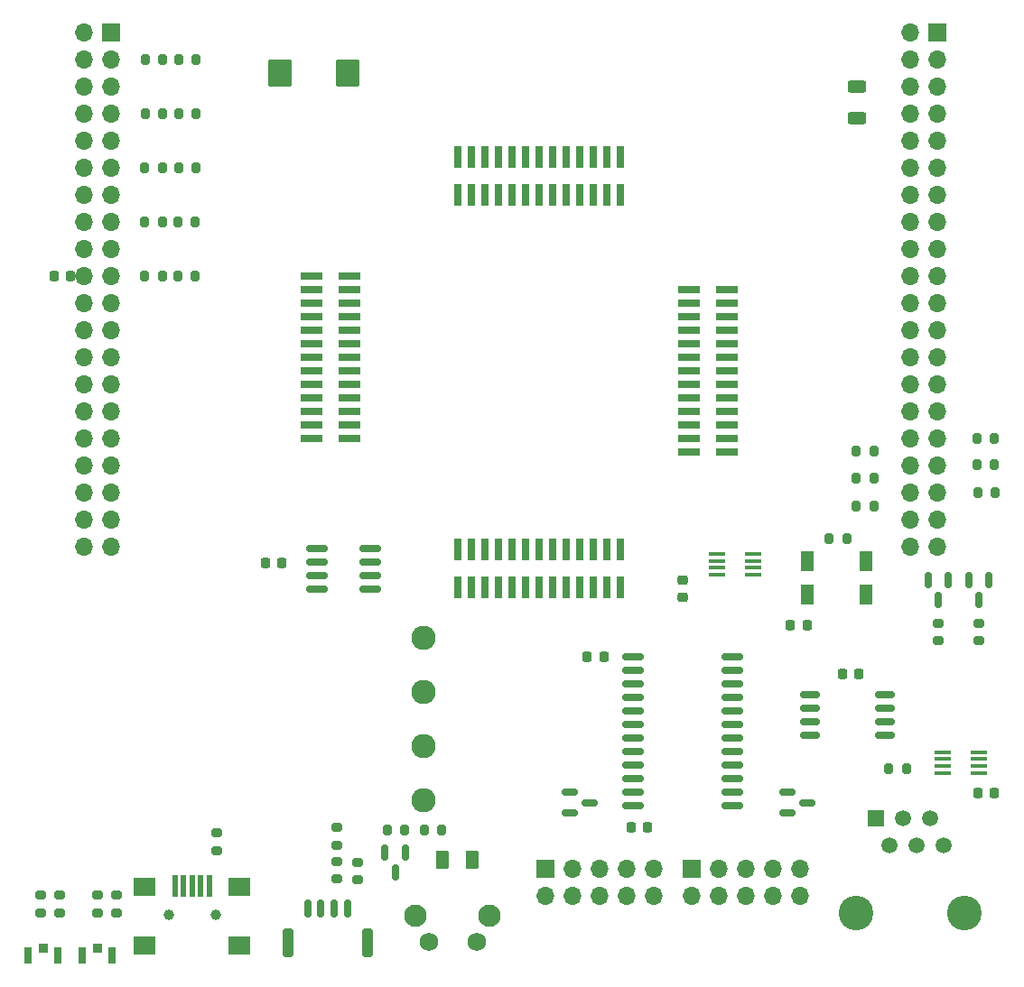
<source format=gts>
%TF.GenerationSoftware,KiCad,Pcbnew,6.0.8+dfsg-1~bpo11+1*%
%TF.CreationDate,2022-11-16T21:16:40+01:00*%
%TF.ProjectId,CpuCubeV2-00,43707543-7562-4655-9632-2d30302e6b69,rev?*%
%TF.SameCoordinates,Original*%
%TF.FileFunction,Soldermask,Top*%
%TF.FilePolarity,Negative*%
%FSLAX46Y46*%
G04 Gerber Fmt 4.6, Leading zero omitted, Abs format (unit mm)*
G04 Created by KiCad (PCBNEW 6.0.8+dfsg-1~bpo11+1) date 2022-11-16 21:16:40*
%MOMM*%
%LPD*%
G01*
G04 APERTURE LIST*
G04 Aperture macros list*
%AMRoundRect*
0 Rectangle with rounded corners*
0 $1 Rounding radius*
0 $2 $3 $4 $5 $6 $7 $8 $9 X,Y pos of 4 corners*
0 Add a 4 corners polygon primitive as box body*
4,1,4,$2,$3,$4,$5,$6,$7,$8,$9,$2,$3,0*
0 Add four circle primitives for the rounded corners*
1,1,$1+$1,$2,$3*
1,1,$1+$1,$4,$5*
1,1,$1+$1,$6,$7*
1,1,$1+$1,$8,$9*
0 Add four rect primitives between the rounded corners*
20,1,$1+$1,$2,$3,$4,$5,0*
20,1,$1+$1,$4,$5,$6,$7,0*
20,1,$1+$1,$6,$7,$8,$9,0*
20,1,$1+$1,$8,$9,$2,$3,0*%
G04 Aperture macros list end*
%ADD10C,1.000000*%
%ADD11R,0.500000X2.000000*%
%ADD12R,2.000000X1.700000*%
%ADD13R,1.700000X1.700000*%
%ADD14O,1.700000X1.700000*%
%ADD15RoundRect,0.150000X-0.587500X-0.150000X0.587500X-0.150000X0.587500X0.150000X-0.587500X0.150000X0*%
%ADD16C,2.286000*%
%ADD17RoundRect,0.225000X0.225000X0.250000X-0.225000X0.250000X-0.225000X-0.250000X0.225000X-0.250000X0*%
%ADD18RoundRect,0.200000X-0.200000X-0.275000X0.200000X-0.275000X0.200000X0.275000X-0.200000X0.275000X0*%
%ADD19R,1.600000X0.300000*%
%ADD20RoundRect,0.225000X-0.250000X0.225000X-0.250000X-0.225000X0.250000X-0.225000X0.250000X0.225000X0*%
%ADD21RoundRect,0.200000X0.275000X-0.200000X0.275000X0.200000X-0.275000X0.200000X-0.275000X-0.200000X0*%
%ADD22RoundRect,0.150000X-0.150000X0.587500X-0.150000X-0.587500X0.150000X-0.587500X0.150000X0.587500X0*%
%ADD23C,3.250000*%
%ADD24R,1.520000X1.520000*%
%ADD25C,1.520000*%
%ADD26RoundRect,0.150000X-0.875000X-0.150000X0.875000X-0.150000X0.875000X0.150000X-0.875000X0.150000X0*%
%ADD27RoundRect,0.250000X-0.625000X0.312500X-0.625000X-0.312500X0.625000X-0.312500X0.625000X0.312500X0*%
%ADD28RoundRect,0.250000X-0.375000X-0.625000X0.375000X-0.625000X0.375000X0.625000X-0.375000X0.625000X0*%
%ADD29RoundRect,0.150000X-0.800000X-0.150000X0.800000X-0.150000X0.800000X0.150000X-0.800000X0.150000X0*%
%ADD30RoundRect,0.200000X0.200000X0.275000X-0.200000X0.275000X-0.200000X-0.275000X0.200000X-0.275000X0*%
%ADD31RoundRect,0.150000X-0.825000X-0.150000X0.825000X-0.150000X0.825000X0.150000X-0.825000X0.150000X0*%
%ADD32RoundRect,0.150000X-0.150000X-0.700000X0.150000X-0.700000X0.150000X0.700000X-0.150000X0.700000X0*%
%ADD33RoundRect,0.250000X-0.250000X-1.100000X0.250000X-1.100000X0.250000X1.100000X-0.250000X1.100000X0*%
%ADD34RoundRect,0.200000X-0.275000X0.200000X-0.275000X-0.200000X0.275000X-0.200000X0.275000X0.200000X0*%
%ADD35R,0.750000X1.500000*%
%ADD36R,0.900000X0.900000*%
%ADD37RoundRect,0.250000X-0.875000X-1.025000X0.875000X-1.025000X0.875000X1.025000X-0.875000X1.025000X0*%
%ADD38R,2.100000X0.750000*%
%ADD39R,0.750000X2.100000*%
%ADD40RoundRect,0.225000X-0.225000X-0.250000X0.225000X-0.250000X0.225000X0.250000X-0.225000X0.250000X0*%
%ADD41C,2.100000*%
%ADD42C,1.750000*%
%ADD43R,1.300000X1.900000*%
G04 APERTURE END LIST*
D10*
%TO.C,J103*%
X116545000Y-136271000D03*
X120945000Y-136271000D03*
D11*
X117145000Y-133571000D03*
X117945000Y-133571000D03*
X118745000Y-133571000D03*
X119545000Y-133571000D03*
X120345000Y-133571000D03*
D12*
X123195000Y-133671000D03*
X114295000Y-133671000D03*
X123195000Y-139121000D03*
X114295000Y-139121000D03*
%TD*%
D13*
%TO.C,J101*%
X111125000Y-53467000D03*
D14*
X108585000Y-53467000D03*
X111125000Y-56007000D03*
X108585000Y-56007000D03*
X111125000Y-58547000D03*
X108585000Y-58547000D03*
X111125000Y-61087000D03*
X108585000Y-61087000D03*
X111125000Y-63627000D03*
X108585000Y-63627000D03*
X111125000Y-66167000D03*
X108585000Y-66167000D03*
X111125000Y-68707000D03*
X108585000Y-68707000D03*
X111125000Y-71247000D03*
X108585000Y-71247000D03*
X111125000Y-73787000D03*
X108585000Y-73787000D03*
X111125000Y-76327000D03*
X108585000Y-76327000D03*
X111125000Y-78867000D03*
X108585000Y-78867000D03*
X111125000Y-81407000D03*
X108585000Y-81407000D03*
X111125000Y-83947000D03*
X108585000Y-83947000D03*
X111125000Y-86487000D03*
X108585000Y-86487000D03*
X111125000Y-89027000D03*
X108585000Y-89027000D03*
X111125000Y-91567000D03*
X108585000Y-91567000D03*
X111125000Y-94107000D03*
X108585000Y-94107000D03*
X111125000Y-96647000D03*
X108585000Y-96647000D03*
X111125000Y-99187000D03*
X108585000Y-99187000D03*
X111125000Y-101727000D03*
X108585000Y-101727000D03*
%TD*%
D15*
%TO.C,Q303*%
X174528000Y-124780000D03*
X174528000Y-126680000D03*
X176403000Y-125730000D03*
%TD*%
D16*
%TO.C,C302*%
X140428500Y-115348000D03*
X140428500Y-110268000D03*
%TD*%
D17*
%TO.C,C308*%
X161430000Y-128016000D03*
X159880000Y-128016000D03*
%TD*%
D18*
%TO.C,R211*%
X181039000Y-95250000D03*
X182689000Y-95250000D03*
%TD*%
D19*
%TO.C,U302*%
X189132000Y-120986000D03*
X189132000Y-121636000D03*
X189132000Y-122286000D03*
X189132000Y-122936000D03*
X192532000Y-122936000D03*
X192532000Y-122286000D03*
X192532000Y-121636000D03*
X192532000Y-120986000D03*
%TD*%
D20*
%TO.C,C305*%
X164719000Y-104889000D03*
X164719000Y-106439000D03*
%TD*%
D21*
%TO.C,R307*%
X192532000Y-110553000D03*
X192532000Y-108903000D03*
%TD*%
D22*
%TO.C,Q301*%
X189672000Y-104853500D03*
X187772000Y-104853500D03*
X188722000Y-106728500D03*
%TD*%
D23*
%TO.C,J104*%
X180975000Y-136121000D03*
X191135000Y-136121000D03*
D24*
X182885000Y-127231000D03*
D25*
X184155000Y-129771000D03*
X185425000Y-127231000D03*
X186695000Y-129771000D03*
X187965000Y-127231000D03*
X189235000Y-129771000D03*
%TD*%
D18*
%TO.C,R219*%
X137033000Y-128270000D03*
X138683000Y-128270000D03*
%TD*%
D26*
%TO.C,U304*%
X160069000Y-112014000D03*
X160069000Y-113284000D03*
X160069000Y-114554000D03*
X160069000Y-115824000D03*
X160069000Y-117094000D03*
X160069000Y-118364000D03*
X160069000Y-119634000D03*
X160069000Y-120904000D03*
X160069000Y-122174000D03*
X160069000Y-123444000D03*
X160069000Y-124714000D03*
X160069000Y-125984000D03*
X169369000Y-125984000D03*
X169369000Y-124714000D03*
X169369000Y-123444000D03*
X169369000Y-122174000D03*
X169369000Y-120904000D03*
X169369000Y-119634000D03*
X169369000Y-118364000D03*
X169369000Y-117094000D03*
X169369000Y-115824000D03*
X169369000Y-114554000D03*
X169369000Y-113284000D03*
X169369000Y-112014000D03*
%TD*%
D27*
%TO.C,R218*%
X181102000Y-58543000D03*
X181102000Y-61468000D03*
%TD*%
D28*
%TO.C,D301*%
X142237000Y-131064000D03*
X145037000Y-131064000D03*
%TD*%
D21*
%TO.C,R104*%
X111633000Y-136080000D03*
X111633000Y-134430000D03*
%TD*%
D29*
%TO.C,U301*%
X176713000Y-115570000D03*
X176713000Y-116840000D03*
X176713000Y-118110000D03*
X176713000Y-119380000D03*
X183713000Y-119380000D03*
X183713000Y-118110000D03*
X183713000Y-116840000D03*
X183713000Y-115570000D03*
%TD*%
D18*
%TO.C,R208*%
X117412000Y-71247000D03*
X119062000Y-71247000D03*
%TD*%
%TO.C,R203*%
X114364000Y-61087000D03*
X116014000Y-61087000D03*
%TD*%
D21*
%TO.C,R216*%
X132334000Y-132905000D03*
X132334000Y-131255000D03*
%TD*%
D18*
%TO.C,R303*%
X181039000Y-92710000D03*
X182689000Y-92710000D03*
%TD*%
D21*
%TO.C,R213*%
X121031000Y-130238000D03*
X121031000Y-128588000D03*
%TD*%
D30*
%TO.C,R302*%
X193992000Y-91567000D03*
X192342000Y-91567000D03*
%TD*%
D18*
%TO.C,R209*%
X114301000Y-76327000D03*
X115951000Y-76327000D03*
%TD*%
%TO.C,R207*%
X114300000Y-71247000D03*
X115950000Y-71247000D03*
%TD*%
D31*
%TO.C,U201*%
X130494000Y-101854000D03*
X130494000Y-103124000D03*
X130494000Y-104394000D03*
X130494000Y-105664000D03*
X135444000Y-105664000D03*
X135444000Y-104394000D03*
X135444000Y-103124000D03*
X135444000Y-101854000D03*
%TD*%
D18*
%TO.C,R201*%
X114364000Y-56007000D03*
X116014000Y-56007000D03*
%TD*%
D32*
%TO.C,J105*%
X129570000Y-135691000D03*
X130820000Y-135691000D03*
X132070000Y-135691000D03*
X133320000Y-135691000D03*
D33*
X135170000Y-138891000D03*
X127720000Y-138891000D03*
%TD*%
D17*
%TO.C,C202*%
X107328000Y-76327000D03*
X105778000Y-76327000D03*
%TD*%
D18*
%TO.C,R202*%
X117475000Y-56007000D03*
X119125000Y-56007000D03*
%TD*%
D34*
%TO.C,R220*%
X134239000Y-131319000D03*
X134239000Y-132969000D03*
%TD*%
D21*
%TO.C,R102*%
X106299000Y-136080000D03*
X106299000Y-134430000D03*
%TD*%
%TO.C,R306*%
X188722000Y-110553000D03*
X188722000Y-108903000D03*
%TD*%
%TO.C,R217*%
X132334000Y-129730000D03*
X132334000Y-128080000D03*
%TD*%
D13*
%TO.C,J301*%
X165588000Y-131916000D03*
D14*
X165588000Y-134456000D03*
X168128000Y-131916000D03*
X168128000Y-134456000D03*
X170668000Y-131916000D03*
X170668000Y-134456000D03*
X173208000Y-131916000D03*
X173208000Y-134456000D03*
X175748000Y-131916000D03*
X175748000Y-134456000D03*
%TD*%
D22*
%TO.C,Q302*%
X193482000Y-104853500D03*
X191582000Y-104853500D03*
X192532000Y-106728500D03*
%TD*%
D18*
%TO.C,R205*%
X114301000Y-66167000D03*
X115951000Y-66167000D03*
%TD*%
D35*
%TO.C,D101*%
X106150000Y-140081000D03*
D36*
X104775000Y-139431000D03*
D35*
X103400000Y-140081000D03*
%TD*%
D19*
%TO.C,U303*%
X171372000Y-104353000D03*
X171372000Y-103703000D03*
X171372000Y-103053000D03*
X171372000Y-102403000D03*
X167972000Y-102403000D03*
X167972000Y-103053000D03*
X167972000Y-103703000D03*
X167972000Y-104353000D03*
%TD*%
D18*
%TO.C,R204*%
X117475000Y-61087000D03*
X119125000Y-61087000D03*
%TD*%
D22*
%TO.C,Q201*%
X138745000Y-130380500D03*
X136845000Y-130380500D03*
X137795000Y-132255500D03*
%TD*%
D30*
%TO.C,R212*%
X193992000Y-93980000D03*
X192342000Y-93980000D03*
%TD*%
D37*
%TO.C,C203*%
X126975000Y-57277000D03*
X133375000Y-57277000D03*
%TD*%
D18*
%TO.C,R206*%
X117475000Y-66167000D03*
X119125000Y-66167000D03*
%TD*%
%TO.C,R210*%
X117412000Y-76327000D03*
X119062000Y-76327000D03*
%TD*%
D21*
%TO.C,R101*%
X104521000Y-136080000D03*
X104521000Y-134430000D03*
%TD*%
D17*
%TO.C,C306*%
X176403000Y-109093000D03*
X174853000Y-109093000D03*
%TD*%
D30*
%TO.C,R215*%
X194055000Y-96647000D03*
X192405000Y-96647000D03*
%TD*%
D35*
%TO.C,D102*%
X111230000Y-140081000D03*
D36*
X109855000Y-139431000D03*
D35*
X108480000Y-140081000D03*
%TD*%
D30*
%TO.C,R305*%
X180149000Y-100965000D03*
X178499000Y-100965000D03*
%TD*%
D38*
%TO.C,U202*%
X129921000Y-76327000D03*
X133477000Y-76327000D03*
X129921000Y-77597000D03*
X133477000Y-77597000D03*
X129921000Y-78867000D03*
X133477000Y-78867000D03*
X129921000Y-80137000D03*
X133477000Y-80137000D03*
X129921000Y-81407000D03*
X133477000Y-81407000D03*
X129921000Y-82677000D03*
X133477000Y-82677000D03*
X129921000Y-83947000D03*
X133477000Y-83947000D03*
X129921000Y-85217000D03*
X133477000Y-85217000D03*
X129921000Y-86487000D03*
X133477000Y-86487000D03*
X129921000Y-87757000D03*
X133477000Y-87757000D03*
X129921000Y-89027000D03*
X133477000Y-89027000D03*
X129921000Y-90297000D03*
X133477000Y-90297000D03*
X129921000Y-91567000D03*
D39*
X143637000Y-101981000D03*
X143637000Y-105537000D03*
X144907000Y-101981000D03*
X144907000Y-105537000D03*
X146177000Y-101981000D03*
X146177000Y-105537000D03*
X147447000Y-101981000D03*
X147447000Y-105537000D03*
X148717000Y-101981000D03*
X148717000Y-105537000D03*
X149987000Y-101981000D03*
X149987000Y-105537000D03*
X151257000Y-101981000D03*
X151257000Y-105537000D03*
X152527000Y-101981000D03*
X152527000Y-105537000D03*
X153797000Y-101981000D03*
X153797000Y-105537000D03*
X155067000Y-101981000D03*
X155067000Y-105537000D03*
X156337000Y-101981000D03*
X156337000Y-105537000D03*
X157607000Y-101981000D03*
X157607000Y-105537000D03*
X158877000Y-101981000D03*
D38*
X168910000Y-92837000D03*
X165354000Y-92837000D03*
X168910000Y-91567000D03*
X165354000Y-91567000D03*
X168910000Y-90297000D03*
X165354000Y-90297000D03*
X168910000Y-89027000D03*
X165354000Y-89027000D03*
X168910000Y-87757000D03*
X165354000Y-87757000D03*
X168910000Y-86487000D03*
X165354000Y-86487000D03*
X168910000Y-85217000D03*
X165354000Y-85217000D03*
X168910000Y-83947000D03*
X165354000Y-83947000D03*
X168910000Y-82677000D03*
X165354000Y-82677000D03*
X168910000Y-81407000D03*
X165354000Y-81407000D03*
X168910000Y-80137000D03*
X165354000Y-80137000D03*
X168910000Y-78867000D03*
X165354000Y-78867000D03*
X168910000Y-77597000D03*
D39*
X158877000Y-68707000D03*
X158877000Y-65151000D03*
X157607000Y-68707000D03*
X157607000Y-65151000D03*
X156337000Y-68707000D03*
X156337000Y-65151000D03*
X155067000Y-68707000D03*
X155067000Y-65151000D03*
X153797000Y-68707000D03*
X153797000Y-65151000D03*
X152527000Y-68707000D03*
X152527000Y-65151000D03*
X151257000Y-68707000D03*
X151257000Y-65151000D03*
X149987000Y-68707000D03*
X149987000Y-65151000D03*
X148717000Y-68707000D03*
X148717000Y-65151000D03*
X147447000Y-68707000D03*
X147447000Y-65151000D03*
X146177000Y-68707000D03*
X146177000Y-65151000D03*
X144907000Y-68707000D03*
X144907000Y-65151000D03*
X143637000Y-68707000D03*
D38*
X133477000Y-91567000D03*
D39*
X158877000Y-105537000D03*
D38*
X165354000Y-77597000D03*
D39*
X143637000Y-65151000D03*
%TD*%
D13*
%TO.C,J302*%
X151872000Y-131916000D03*
D14*
X151872000Y-134456000D03*
X154412000Y-131916000D03*
X154412000Y-134456000D03*
X156952000Y-131916000D03*
X156952000Y-134456000D03*
X159492000Y-131916000D03*
X159492000Y-134456000D03*
X162032000Y-131916000D03*
X162032000Y-134456000D03*
%TD*%
D17*
%TO.C,C201*%
X127153000Y-103251000D03*
X125603000Y-103251000D03*
%TD*%
D18*
%TO.C,R304*%
X184087000Y-122555000D03*
X185737000Y-122555000D03*
%TD*%
D17*
%TO.C,C304*%
X193955000Y-124841000D03*
X192405000Y-124841000D03*
%TD*%
D15*
%TO.C,Q304*%
X154129500Y-124780000D03*
X154129500Y-126680000D03*
X156004500Y-125730000D03*
%TD*%
D21*
%TO.C,R103*%
X109855000Y-136080000D03*
X109855000Y-134430000D03*
%TD*%
D18*
%TO.C,R214*%
X181039000Y-97917000D03*
X182689000Y-97917000D03*
%TD*%
D17*
%TO.C,C303*%
X181255000Y-113665000D03*
X179705000Y-113665000D03*
%TD*%
D40*
%TO.C,C307*%
X155803000Y-112014000D03*
X157353000Y-112014000D03*
%TD*%
D41*
%TO.C,SW101*%
X146665000Y-136321000D03*
X139655000Y-136321000D03*
D42*
X145415000Y-138811000D03*
X140915000Y-138811000D03*
%TD*%
D13*
%TO.C,J102*%
X188595000Y-53467000D03*
D14*
X186055000Y-53467000D03*
X188595000Y-56007000D03*
X186055000Y-56007000D03*
X188595000Y-58547000D03*
X186055000Y-58547000D03*
X188595000Y-61087000D03*
X186055000Y-61087000D03*
X188595000Y-63627000D03*
X186055000Y-63627000D03*
X188595000Y-66167000D03*
X186055000Y-66167000D03*
X188595000Y-68707000D03*
X186055000Y-68707000D03*
X188595000Y-71247000D03*
X186055000Y-71247000D03*
X188595000Y-73787000D03*
X186055000Y-73787000D03*
X188595000Y-76327000D03*
X186055000Y-76327000D03*
X188595000Y-78867000D03*
X186055000Y-78867000D03*
X188595000Y-81407000D03*
X186055000Y-81407000D03*
X188595000Y-83947000D03*
X186055000Y-83947000D03*
X188595000Y-86487000D03*
X186055000Y-86487000D03*
X188595000Y-89027000D03*
X186055000Y-89027000D03*
X188595000Y-91567000D03*
X186055000Y-91567000D03*
X188595000Y-94107000D03*
X186055000Y-94107000D03*
X188595000Y-96647000D03*
X186055000Y-96647000D03*
X188595000Y-99187000D03*
X186055000Y-99187000D03*
X188595000Y-101727000D03*
X186055000Y-101727000D03*
%TD*%
D30*
%TO.C,R301*%
X142176000Y-128270000D03*
X140526000Y-128270000D03*
%TD*%
D16*
%TO.C,C301*%
X140428500Y-125508000D03*
X140428500Y-120428000D03*
%TD*%
D43*
%TO.C,Y301*%
X176447000Y-106248000D03*
X181947000Y-106248000D03*
X181947000Y-103048000D03*
X176447000Y-103048000D03*
%TD*%
M02*

</source>
